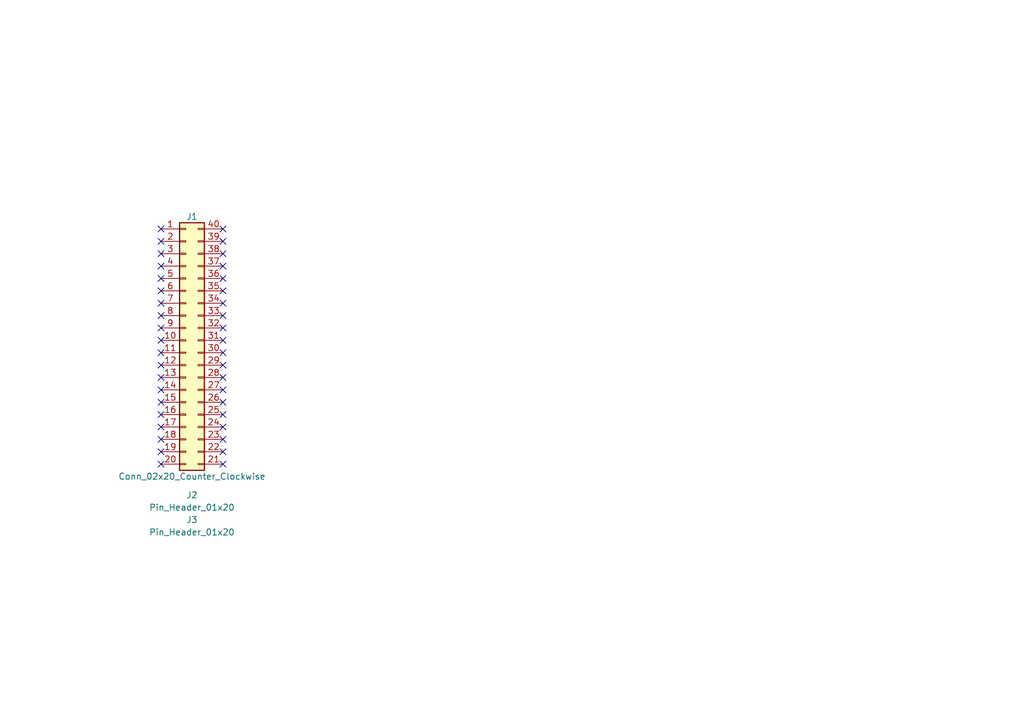
<source format=kicad_sch>
(kicad_sch (version 20250114) (generator "eeschema") (generator_version "9.0")
  (paper "A5")
  (title_block (title "Board 2x20 W15.24mm") (date "2025-09-29") (rev "V0"))
  (lib_symbols
    (symbol "Connector_Generic:Conn_02x20_Counter_Clockwise" (pin_names (offset 1.016) (hide yes))
      (property "Reference" "J" (at 1.27 25.4 0))
      (property "Value" "Conn_02x20_Counter_Clockwise" (at 1.27 -27.94 0))
      (symbol "Conn_02x20_Counter_Clockwise_1_1"
        (rectangle (start -1.27 24.13) (end 3.81 -26.67) (stroke (width 0.254)) (fill (type background)))
        (rectangle (start -1.27 22.987) (end 0 22.733) (stroke (width 0.1524)))
        (rectangle (start -1.27 20.447) (end 0 20.193) (stroke (width 0.1524)))
        (rectangle (start -1.27 17.907) (end 0 17.653) (stroke (width 0.1524)))
        (rectangle (start -1.27 15.367) (end 0 15.113) (stroke (width 0.1524)))
        (rectangle (start -1.27 12.827) (end 0 12.573) (stroke (width 0.1524)))
        (rectangle (start -1.27 10.287) (end 0 10.033) (stroke (width 0.1524)))
        (rectangle (start -1.27 7.747) (end 0 7.493) (stroke (width 0.1524)))
        (rectangle (start -1.27 5.207) (end 0 4.953) (stroke (width 0.1524)))
        (rectangle (start -1.27 2.667) (end 0 2.413) (stroke (width 0.1524)))
        (rectangle (start -1.27 0.127) (end 0 -0.127) (stroke (width 0.1524)))
        (rectangle (start -1.27 -2.413) (end 0 -2.667) (stroke (width 0.1524)))
        (rectangle (start -1.27 -4.953) (end 0 -5.207) (stroke (width 0.1524)))
        (rectangle (start -1.27 -7.493) (end 0 -7.747) (stroke (width 0.1524)))
        (rectangle (start -1.27 -10.033) (end 0 -10.287) (stroke (width 0.1524)))
        (rectangle (start -1.27 -12.573) (end 0 -12.827) (stroke (width 0.1524)))
        (rectangle (start -1.27 -15.113) (end 0 -15.367) (stroke (width 0.1524)))
        (rectangle (start -1.27 -17.653) (end 0 -17.907) (stroke (width 0.1524)))
        (rectangle (start -1.27 -20.193) (end 0 -20.447) (stroke (width 0.1524)))
        (rectangle (start -1.27 -22.733) (end 0 -22.987) (stroke (width 0.1524)))
        (rectangle (start -1.27 -25.273) (end 0 -25.527) (stroke (width 0.1524)))
        (rectangle (start 3.81 22.987) (end 2.54 22.733) (stroke (width 0.1524)))
        (rectangle (start 3.81 20.447) (end 2.54 20.193) (stroke (width 0.1524)))
        (rectangle (start 3.81 17.907) (end 2.54 17.653) (stroke (width 0.1524)))
        (rectangle (start 3.81 15.367) (end 2.54 15.113) (stroke (width 0.1524)))
        (rectangle (start 3.81 12.827) (end 2.54 12.573) (stroke (width 0.1524)))
        (rectangle (start 3.81 10.287) (end 2.54 10.033) (stroke (width 0.1524)))
        (rectangle (start 3.81 7.747) (end 2.54 7.493) (stroke (width 0.1524)))
        (rectangle (start 3.81 5.207) (end 2.54 4.953) (stroke (width 0.1524)))
        (rectangle (start 3.81 2.667) (end 2.54 2.413) (stroke (width 0.1524)))
        (rectangle (start 3.81 0.127) (end 2.54 -0.127) (stroke (width 0.1524)))
        (rectangle (start 3.81 -2.413) (end 2.54 -2.667) (stroke (width 0.1524)))
        (rectangle (start 3.81 -4.953) (end 2.54 -5.207) (stroke (width 0.1524)))
        (rectangle (start 3.81 -7.493) (end 2.54 -7.747) (stroke (width 0.1524)))
        (rectangle (start 3.81 -10.033) (end 2.54 -10.287) (stroke (width 0.1524)))
        (rectangle (start 3.81 -12.573) (end 2.54 -12.827) (stroke (width 0.1524)))
        (rectangle (start 3.81 -15.113) (end 2.54 -15.367) (stroke (width 0.1524)))
        (rectangle (start 3.81 -17.653) (end 2.54 -17.907) (stroke (width 0.1524)))
        (rectangle (start 3.81 -20.193) (end 2.54 -20.447) (stroke (width 0.1524)))
        (rectangle (start 3.81 -22.733) (end 2.54 -22.987) (stroke (width 0.1524)))
        (rectangle (start 3.81 -25.273) (end 2.54 -25.527) (stroke (width 0.1524)))
        (pin passive line (at -5.08 22.86 0) (length 3.81) (name "Pin_1") (number "1"))
        (pin passive line (at -5.08 20.32 0) (length 3.81) (name "Pin_2") (number "2"))
        (pin passive line (at -5.08 17.78 0) (length 3.81) (name "Pin_3") (number "3"))
        (pin passive line (at -5.08 15.24 0) (length 3.81) (name "Pin_4") (number "4"))
        (pin passive line (at -5.08 12.7 0) (length 3.81) (name "Pin_5") (number "5"))
        (pin passive line (at -5.08 10.16 0) (length 3.81) (name "Pin_6") (number "6"))
        (pin passive line (at -5.08 7.62 0) (length 3.81) (name "Pin_7") (number "7"))
        (pin passive line (at -5.08 5.08 0) (length 3.81) (name "Pin_8") (number "8"))
        (pin passive line (at -5.08 2.54 0) (length 3.81) (name "Pin_9") (number "9"))
        (pin passive line (at -5.08 0 0) (length 3.81) (name "Pin_10") (number "10"))
        (pin passive line (at -5.08 -2.54 0) (length 3.81) (name "Pin_11") (number "11"))
        (pin passive line (at -5.08 -5.08 0) (length 3.81) (name "Pin_12") (number "12"))
        (pin passive line (at -5.08 -7.62 0) (length 3.81) (name "Pin_13") (number "13"))
        (pin passive line (at -5.08 -10.16 0) (length 3.81) (name "Pin_14") (number "14"))
        (pin passive line (at -5.08 -12.7 0) (length 3.81) (name "Pin_15") (number "15"))
        (pin passive line (at -5.08 -15.24 0) (length 3.81) (name "Pin_16") (number "16"))
        (pin passive line (at -5.08 -17.78 0) (length 3.81) (name "Pin_17") (number "17"))
        (pin passive line (at -5.08 -20.32 0) (length 3.81) (name "Pin_18") (number "18"))
        (pin passive line (at -5.08 -22.86 0) (length 3.81) (name "Pin_19") (number "19"))
        (pin passive line (at -5.08 -25.4 0) (length 3.81) (name "Pin_20") (number "20"))
        (pin passive line (at 7.62 22.86 180) (length 3.81) (name "Pin_40") (number "40"))
        (pin passive line (at 7.62 20.32 180) (length 3.81) (name "Pin_39") (number "39"))
        (pin passive line (at 7.62 17.78 180) (length 3.81) (name "Pin_38") (number "38"))
        (pin passive line (at 7.62 15.24 180) (length 3.81) (name "Pin_37") (number "37"))
        (pin passive line (at 7.62 12.7 180) (length 3.81) (name "Pin_36") (number "36"))
        (pin passive line (at 7.62 10.16 180) (length 3.81) (name "Pin_35") (number "35"))
        (pin passive line (at 7.62 7.62 180) (length 3.81) (name "Pin_34") (number "34"))
        (pin passive line (at 7.62 5.08 180) (length 3.81) (name "Pin_33") (number "33"))
        (pin passive line (at 7.62 2.54 180) (length 3.81) (name "Pin_32") (number "32"))
        (pin passive line (at 7.62 0 180) (length 3.81) (name "Pin_31") (number "31"))
        (pin passive line (at 7.62 -2.54 180) (length 3.81) (name "Pin_30") (number "30"))
        (pin passive line (at 7.62 -5.08 180) (length 3.81) (name "Pin_29") (number "29"))
        (pin passive line (at 7.62 -7.62 180) (length 3.81) (name "Pin_28") (number "28"))
        (pin passive line (at 7.62 -10.16 180) (length 3.81) (name "Pin_27") (number "27"))
        (pin passive line (at 7.62 -12.7 180) (length 3.81) (name "Pin_26") (number "26"))
        (pin passive line (at 7.62 -15.24 180) (length 3.81) (name "Pin_25") (number "25"))
        (pin passive line (at 7.62 -17.78 180) (length 3.81) (name "Pin_24") (number "24"))
        (pin passive line (at 7.62 -20.32 180) (length 3.81) (name "Pin_23") (number "23"))
        (pin passive line (at 7.62 -22.86 180) (length 3.81) (name "Pin_22") (number "22"))
        (pin passive line (at 7.62 -25.4 180) (length 3.81) (name "Pin_21") (number "21"))
      )
    )
    (symbol "HCP65:Pin_Header_01x20" (pin_names (offset 1.016) (hide yes))
      (property "Reference" "J" (at 0 1.27 0))
      (property "Value" "Pin_Header_01x20" (at 0 -1.27 0))
    )
  )
  (no_connect (at 33.02 54.61))
  (no_connect (at 45.72 72.39))
  (no_connect (at 45.72 57.15))
  (no_connect (at 33.02 59.69))
  (no_connect (at 33.02 87.63))
  (no_connect (at 33.02 64.77))
  (no_connect (at 33.02 72.39))
  (no_connect (at 33.02 95.25))
  (no_connect (at 33.02 74.93))
  (no_connect (at 45.72 92.71))
  (no_connect (at 33.02 92.71))
  (no_connect (at 45.72 46.99))
  (no_connect (at 45.72 74.93))
  (no_connect (at 45.72 54.61))
  (no_connect (at 33.02 67.31))
  (no_connect (at 45.72 69.85))
  (no_connect (at 33.02 46.99))
  (no_connect (at 33.02 85.09))
  (no_connect (at 45.72 52.07))
  (no_connect (at 33.02 77.47))
  (no_connect (at 45.72 87.63))
  (no_connect (at 33.02 57.15))
  (no_connect (at 45.72 82.55))
  (no_connect (at 33.02 82.55))
  (no_connect (at 45.72 80.01))
  (no_connect (at 45.72 59.69))
  (no_connect (at 33.02 69.85))
  (no_connect (at 45.72 85.09))
  (no_connect (at 33.02 62.23))
  (no_connect (at 45.72 90.17))
  (no_connect (at 45.72 67.31))
  (no_connect (at 45.72 49.53))
  (no_connect (at 45.72 77.47))
  (no_connect (at 45.72 64.77))
  (no_connect (at 33.02 80.01))
  (no_connect (at 45.72 62.23))
  (no_connect (at 33.02 52.07))
  (no_connect (at 33.02 90.17))
  (no_connect (at 33.02 49.53))
  (no_connect (at 45.72 95.25))
  (symbol (lib_id "HCP65:Pin_Header_01x20") (at 39.37 102.87 0) (mirror y) (unit 1)
    (property "Reference" "J2" (at 39.37 101.6 0))
    (property "Value" "Pin_Header_01x20" (at 39.37 104.14 0))
    (property "Footprint" "SamacSys_Parts:PinHeader_1x20_P2.54mm_Vertical" (effects (hide yes)))
  )
  (symbol (lib_id "Connector_Generic:Conn_02x20_Counter_Clockwise") (at 38.1 69.85 0) (unit 1)
    (property "Reference" "J1" (at 39.37 44.45 0))
    (property "Value" "Conn_02x20_Counter_Clockwise" (at 39.37 97.79 0))
    (property "Description" "Generic connector, double row, 02x20, counter clockwise pin numbering scheme (similar to DIP package numbering), script generated (kicad-library-utils/schlib/autogen/connector/)" (effects (hide yes)))
  )
  (symbol (lib_id "HCP65:Pin_Header_01x20") (at 39.37 107.95 0) (unit 1)
    (property "Reference" "J3" (at 39.37 106.68 0))
    (property "Value" "Pin_Header_01x20" (at 39.37 109.22 0))
    (property "Footprint" "SamacSys_Parts:PinHeader_1x20_P2.54mm_Vertical" (effects (hide yes)))
  )
)
</source>
